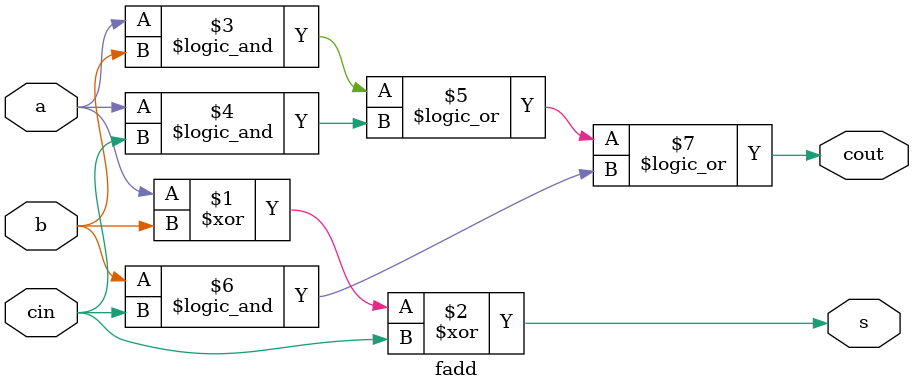
<source format=v>
module top_module (
    input [3:0] x,
    input [3:0] y, 
    output [4:0] sum);

    wire cout[0:3];
    fadd fa0(x[0], y[0], 1'b0, sum[0], cout[0]);
    fadd fa1(x[1], y[1], cout[0], sum[1], cout[1]);
    fadd fa2(x[2], y[2], cout[1], sum[2], cout[2]);
    fadd fa3(x[3], y[3], cout[2], sum[3], sum[4]);


endmodule



module fadd(
    input a, b, cin,
    output s, cout);

    assign s = a ^ b ^ cin;
    assign cout = (a && b) || (a && cin) || (b && cin);

endmodule
</source>
